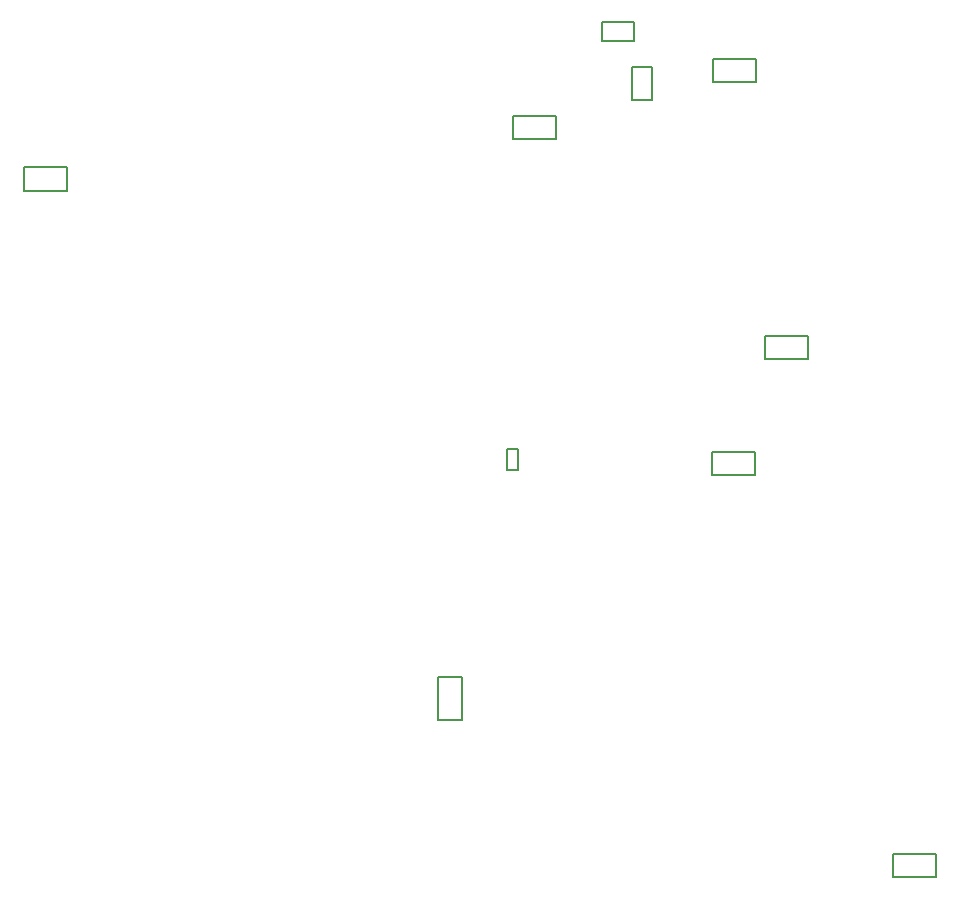
<source format=gbr>
%TF.GenerationSoftware,Altium Limited,Altium Designer,21.5.1 (32)*%
G04 Layer_Color=32768*
%FSLAX45Y45*%
%MOMM*%
%TF.SameCoordinates,DA76D118-4440-4CF8-9B87-3A81F077C57B*%
%TF.FilePolarity,Positive*%
%TF.FileFunction,Other,Top_Courtyard*%
%TF.Part,Single*%
G01*
G75*
%TA.AperFunction,NonConductor*%
%ADD73C,0.20000*%
D73*
X2793994Y9014488D02*
X3156990D01*
Y8816490D02*
Y9014488D01*
X2793994Y8816490D02*
X3156990D01*
X2793994D02*
Y9014488D01*
X10153249Y3201030D02*
X10516245D01*
Y3003032D02*
Y3201030D01*
X10153249Y3003032D02*
X10516245D01*
X10153249D02*
Y3201030D01*
X6301788Y4339178D02*
X6499786D01*
Y4702174D01*
X6301788D02*
X6499786D01*
X6301788Y4339178D02*
Y4702174D01*
X8630105Y9734050D02*
Y9932048D01*
Y9734050D02*
X8993102D01*
Y9932048D01*
X8630105D02*
X8993102D01*
X6930792Y9253387D02*
Y9451385D01*
Y9253387D02*
X7293788D01*
Y9451385D01*
X6930792D02*
X7293788D01*
X9068501Y7586497D02*
X9431498D01*
Y7388499D02*
Y7586497D01*
X9068501Y7388499D02*
X9431498D01*
X9068501D02*
Y7586497D01*
X7688494Y10085650D02*
Y10245650D01*
Y10085650D02*
X7954320D01*
Y10245650D01*
X7688494D02*
X7954320D01*
X7938986Y9587314D02*
Y9867314D01*
X8108983D01*
Y9587314D02*
Y9867314D01*
X7938986Y9587314D02*
X8108983D01*
X8620513Y6604485D02*
X8983509D01*
Y6406487D02*
Y6604485D01*
X8620513Y6406487D02*
X8983509D01*
X8620513D02*
Y6604485D01*
X6880057Y6628100D02*
X6975053D01*
X6880057Y6453104D02*
Y6628100D01*
Y6453104D02*
X6975053D01*
Y6628100D01*
%TF.MD5,d86b17678b2cb803e3ac154f761e5bb4*%
M02*

</source>
